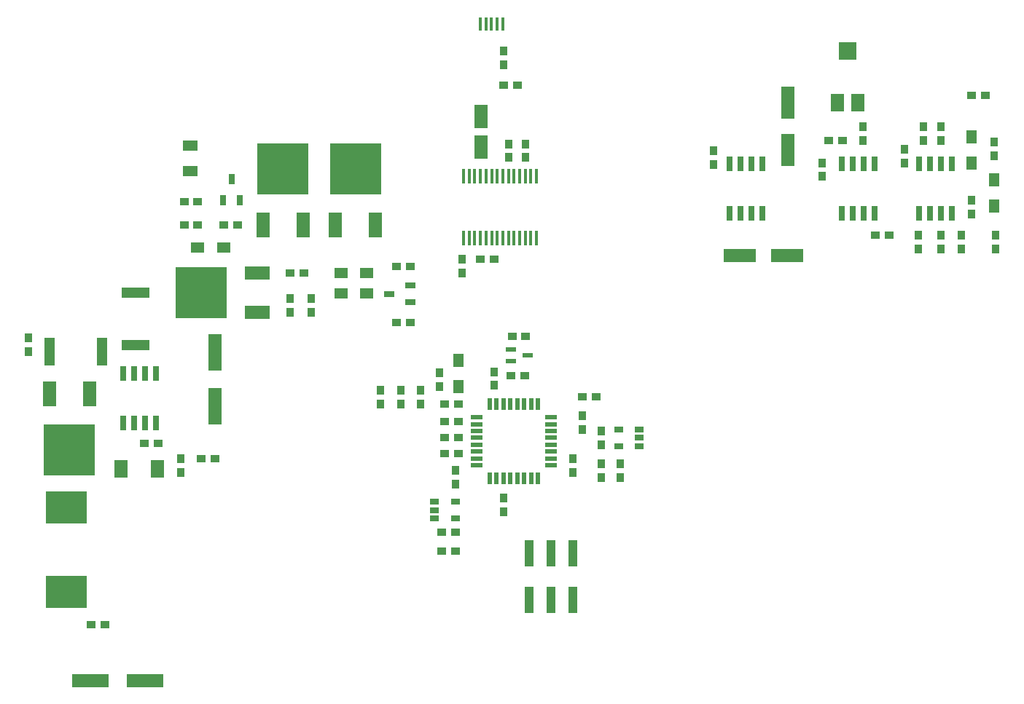
<source format=gtp>
G04 #@! TF.GenerationSoftware,KiCad,Pcbnew,(5.0.0)*
G04 #@! TF.CreationDate,2018-09-01T12:46:00+09:00*
G04 #@! TF.ProjectId,LED_Board,4C45445F426F6172642E6B696361645F,rev?*
G04 #@! TF.SameCoordinates,PX4c4b400PY1312d00*
G04 #@! TF.FileFunction,Paste,Top*
G04 #@! TF.FilePolarity,Positive*
%FSLAX46Y46*%
G04 Gerber Fmt 4.6, Leading zero omitted, Abs format (unit mm)*
G04 Created by KiCad (PCBNEW (5.0.0)) date 09/01/18 12:46:00*
%MOMM*%
%LPD*%
G01*
G04 APERTURE LIST*
%ADD10R,1.200000X1.500000*%
%ADD11R,1.500000X1.200000*%
%ADD12R,1.500000X2.000000*%
%ADD13R,4.300000X1.600000*%
%ADD14R,1.000000X0.900000*%
%ADD15R,3.800000X1.600000*%
%ADD16R,1.600000X4.300000*%
%ADD17R,0.900000X1.000000*%
%ADD18R,1.600000X3.800000*%
%ADD19R,1.600000X2.700000*%
%ADD20R,0.400000X1.600000*%
%ADD21R,1.700000X1.200000*%
%ADD22R,4.800000X3.800000*%
%ADD23R,1.000000X0.700000*%
%ADD24R,1.600000X3.000000*%
%ADD25R,6.000000X6.000000*%
%ADD26R,3.000000X1.600000*%
%ADD27R,0.800000X1.300000*%
%ADD28R,1.300000X0.800000*%
%ADD29R,3.300000X1.300000*%
%ADD30R,1.300000X3.300000*%
%ADD31R,1.600000X2.000000*%
%ADD32R,2.000000X2.000000*%
%ADD33R,0.700000X1.800000*%
%ADD34R,1.200000X0.600000*%
%ADD35R,0.400000X1.800000*%
%ADD36R,0.500000X1.400000*%
%ADD37R,1.400000X0.500000*%
%ADD38R,1.000000X3.100000*%
G04 APERTURE END LIST*
D10*
G04 #@! TO.C,D6*
X115800000Y-18800000D03*
X115800000Y-21800000D03*
G04 #@! TD*
G04 #@! TO.C,D7*
X118400000Y-23800000D03*
X118400000Y-26800000D03*
G04 #@! TD*
G04 #@! TO.C,D5*
X56200000Y-44800000D03*
X56200000Y-47800000D03*
G04 #@! TD*
D11*
G04 #@! TO.C,D1*
X45500000Y-37000000D03*
X42500000Y-37000000D03*
G04 #@! TD*
G04 #@! TO.C,D3*
X45500000Y-34600000D03*
X42500000Y-34600000D03*
G04 #@! TD*
G04 #@! TO.C,D2*
X25900000Y-31700000D03*
X28900000Y-31700000D03*
G04 #@! TD*
D12*
G04 #@! TO.C,D4*
X21200000Y-57400000D03*
X17000000Y-57400000D03*
G04 #@! TD*
D13*
G04 #@! TO.C,C1*
X19750000Y-82000000D03*
X13450000Y-82000000D03*
G04 #@! TD*
D14*
G04 #@! TO.C,C2*
X15100000Y-75500000D03*
X13500000Y-75500000D03*
G04 #@! TD*
D15*
G04 #@! TO.C,C3*
X94350000Y-32600000D03*
X88850000Y-32600000D03*
G04 #@! TD*
D16*
G04 #@! TO.C,C4*
X27900000Y-50150000D03*
X27900000Y-43850000D03*
G04 #@! TD*
D14*
G04 #@! TO.C,C5*
X50600000Y-33900000D03*
X49000000Y-33900000D03*
G04 #@! TD*
G04 #@! TO.C,C6*
X21300000Y-54400000D03*
X19700000Y-54400000D03*
G04 #@! TD*
D17*
G04 #@! TO.C,C7*
X85800000Y-20400000D03*
X85800000Y-22000000D03*
G04 #@! TD*
D18*
G04 #@! TO.C,C8*
X94400000Y-20350000D03*
X94400000Y-14850000D03*
G04 #@! TD*
D14*
G04 #@! TO.C,C9*
X62400000Y-42000000D03*
X64000000Y-42000000D03*
G04 #@! TD*
G04 #@! TO.C,C10*
X54600000Y-53800000D03*
X56200000Y-53800000D03*
G04 #@! TD*
G04 #@! TO.C,C11*
X54600000Y-55600000D03*
X56200000Y-55600000D03*
G04 #@! TD*
D17*
G04 #@! TO.C,C12*
X69500000Y-57800000D03*
X69500000Y-56200000D03*
G04 #@! TD*
D19*
G04 #@! TO.C,C13*
X58800000Y-16450000D03*
X58800000Y-19950000D03*
G04 #@! TD*
D17*
G04 #@! TO.C,C14*
X62000000Y-19600000D03*
X62000000Y-21200000D03*
G04 #@! TD*
D14*
G04 #@! TO.C,C15*
X60300000Y-33000000D03*
X58700000Y-33000000D03*
G04 #@! TD*
D17*
G04 #@! TO.C,C16*
X64000000Y-19600000D03*
X64000000Y-21200000D03*
G04 #@! TD*
G04 #@! TO.C,C17*
X75000000Y-56800000D03*
X75000000Y-58400000D03*
G04 #@! TD*
G04 #@! TO.C,C18*
X54000000Y-46200000D03*
X54000000Y-47800000D03*
G04 #@! TD*
G04 #@! TO.C,C19*
X49500000Y-48300000D03*
X49500000Y-49900000D03*
G04 #@! TD*
D14*
G04 #@! TO.C,C20*
X54200000Y-64800000D03*
X55800000Y-64800000D03*
G04 #@! TD*
D17*
G04 #@! TO.C,C21*
X115800000Y-26200000D03*
X115800000Y-27800000D03*
G04 #@! TD*
D14*
G04 #@! TO.C,C22*
X106200000Y-30200000D03*
X104600000Y-30200000D03*
G04 #@! TD*
D17*
G04 #@! TO.C,C23*
X108000000Y-21800000D03*
X108000000Y-20200000D03*
G04 #@! TD*
G04 #@! TO.C,C24*
X98400000Y-21800000D03*
X98400000Y-23400000D03*
G04 #@! TD*
G04 #@! TO.C,C25*
X114600000Y-31800000D03*
X114600000Y-30200000D03*
G04 #@! TD*
D20*
G04 #@! TO.C,CN2*
X61300000Y-5650000D03*
X60650000Y-5650000D03*
X60000000Y-5650000D03*
X59350000Y-5650000D03*
X58700000Y-5650000D03*
G04 #@! TD*
D21*
G04 #@! TO.C,F1*
X25000000Y-22800000D03*
X25000000Y-19800000D03*
G04 #@! TD*
D22*
G04 #@! TO.C,L1*
X10600000Y-71750000D03*
X10600000Y-61850000D03*
G04 #@! TD*
D23*
G04 #@! TO.C,OSC1*
X53400000Y-63150000D03*
X53400000Y-61250000D03*
X53400000Y-62200000D03*
X55800000Y-63150000D03*
X55800000Y-61250000D03*
G04 #@! TD*
D24*
G04 #@! TO.C,Q1*
X38100000Y-29000000D03*
X33500000Y-29000000D03*
D25*
X35800000Y-22500000D03*
G04 #@! TD*
D24*
G04 #@! TO.C,Q2*
X46500000Y-29000000D03*
X41900000Y-29000000D03*
D25*
X44200000Y-22500000D03*
G04 #@! TD*
D26*
G04 #@! TO.C,Q3*
X32800000Y-34600000D03*
X32800000Y-39200000D03*
D25*
X26300000Y-36900000D03*
G04 #@! TD*
D27*
G04 #@! TO.C,Q4*
X29800000Y-23700000D03*
X28850000Y-26200000D03*
X30750000Y-26200000D03*
G04 #@! TD*
D24*
G04 #@! TO.C,Q5*
X8700000Y-48700000D03*
X13300000Y-48700000D03*
D25*
X11000000Y-55200000D03*
G04 #@! TD*
D28*
G04 #@! TO.C,Q6*
X48100000Y-37050000D03*
X50600000Y-38000000D03*
X50600000Y-36100000D03*
G04 #@! TD*
D29*
G04 #@! TO.C,R1*
X18700000Y-36950000D03*
X18700000Y-43050000D03*
G04 #@! TD*
D14*
G04 #@! TO.C,R2*
X24300000Y-26300000D03*
X25900000Y-26300000D03*
G04 #@! TD*
D17*
G04 #@! TO.C,R3*
X36600000Y-39200000D03*
X36600000Y-37600000D03*
G04 #@! TD*
G04 #@! TO.C,R4*
X6200000Y-42200000D03*
X6200000Y-43800000D03*
G04 #@! TD*
D30*
G04 #@! TO.C,R5*
X14750000Y-43800000D03*
X8650000Y-43800000D03*
G04 #@! TD*
D14*
G04 #@! TO.C,R6*
X25900000Y-29000000D03*
X24300000Y-29000000D03*
G04 #@! TD*
D17*
G04 #@! TO.C,R7*
X39100000Y-37600000D03*
X39100000Y-39200000D03*
G04 #@! TD*
D14*
G04 #@! TO.C,R8*
X28900000Y-29000000D03*
X30500000Y-29000000D03*
G04 #@! TD*
D17*
G04 #@! TO.C,R9*
X61400000Y-62400000D03*
X61400000Y-60800000D03*
G04 #@! TD*
D14*
G04 #@! TO.C,R10*
X38200000Y-34600000D03*
X36600000Y-34600000D03*
G04 #@! TD*
D17*
G04 #@! TO.C,R11*
X23900000Y-57800000D03*
X23900000Y-56200000D03*
G04 #@! TD*
D14*
G04 #@! TO.C,R12*
X49000000Y-40400000D03*
X50600000Y-40400000D03*
G04 #@! TD*
G04 #@! TO.C,R13*
X26300000Y-56200000D03*
X27900000Y-56200000D03*
G04 #@! TD*
D17*
G04 #@! TO.C,R14*
X56600000Y-33000000D03*
X56600000Y-34600000D03*
G04 #@! TD*
D14*
G04 #@! TO.C,R15*
X63900000Y-46600000D03*
X62300000Y-46600000D03*
G04 #@! TD*
D17*
G04 #@! TO.C,R16*
X61400000Y-8800000D03*
X61400000Y-10400000D03*
G04 #@! TD*
D14*
G04 #@! TO.C,R17*
X63000000Y-12800000D03*
X61400000Y-12800000D03*
G04 #@! TD*
G04 #@! TO.C,R18*
X56200000Y-49900000D03*
X54600000Y-49900000D03*
G04 #@! TD*
D17*
G04 #@! TO.C,R19*
X72800000Y-58400000D03*
X72800000Y-56800000D03*
G04 #@! TD*
G04 #@! TO.C,R20*
X60300000Y-47700000D03*
X60300000Y-46100000D03*
G04 #@! TD*
G04 #@! TO.C,R21*
X72800000Y-53000000D03*
X72800000Y-54600000D03*
G04 #@! TD*
D14*
G04 #@! TO.C,R22*
X56200000Y-51900000D03*
X54600000Y-51900000D03*
G04 #@! TD*
D17*
G04 #@! TO.C,R23*
X51800000Y-49900000D03*
X51800000Y-48300000D03*
G04 #@! TD*
G04 #@! TO.C,R24*
X70600000Y-51200000D03*
X70600000Y-52800000D03*
G04 #@! TD*
G04 #@! TO.C,R25*
X47100000Y-48300000D03*
X47100000Y-49900000D03*
G04 #@! TD*
D14*
G04 #@! TO.C,R26*
X54200000Y-67000000D03*
X55800000Y-67000000D03*
G04 #@! TD*
D17*
G04 #@! TO.C,R27*
X55800000Y-59200000D03*
X55800000Y-57600000D03*
G04 #@! TD*
D14*
G04 #@! TO.C,R28*
X115800000Y-14000000D03*
X117400000Y-14000000D03*
G04 #@! TD*
D17*
G04 #@! TO.C,R29*
X118400000Y-19400000D03*
X118400000Y-21000000D03*
G04 #@! TD*
G04 #@! TO.C,R30*
X103200000Y-17600000D03*
X103200000Y-19200000D03*
G04 #@! TD*
D14*
G04 #@! TO.C,R31*
X100800000Y-19200000D03*
X99200000Y-19200000D03*
G04 #@! TD*
D17*
G04 #@! TO.C,R32*
X112200000Y-31800000D03*
X112200000Y-30200000D03*
G04 #@! TD*
G04 #@! TO.C,R33*
X112200000Y-17600000D03*
X112200000Y-19200000D03*
G04 #@! TD*
G04 #@! TO.C,R34*
X118600000Y-30200000D03*
X118600000Y-31800000D03*
G04 #@! TD*
G04 #@! TO.C,R35*
X110200000Y-19200000D03*
X110200000Y-17600000D03*
G04 #@! TD*
G04 #@! TO.C,R36*
X109600000Y-30200000D03*
X109600000Y-31800000D03*
G04 #@! TD*
D31*
G04 #@! TO.C,RV1*
X100225000Y-14800000D03*
X102575000Y-14800000D03*
D32*
X101400000Y-8800000D03*
G04 #@! TD*
D33*
G04 #@! TO.C,U1*
X21005000Y-52100000D03*
X21005000Y-46300000D03*
X19735000Y-52100000D03*
X19735000Y-46300000D03*
X18465000Y-52100000D03*
X18465000Y-46300000D03*
X17195000Y-52100000D03*
X17195000Y-46300000D03*
G04 #@! TD*
G04 #@! TO.C,U2*
X91505000Y-27700000D03*
X91505000Y-21900000D03*
X90235000Y-27700000D03*
X90235000Y-21900000D03*
X88965000Y-27700000D03*
X88965000Y-21900000D03*
X87695000Y-27700000D03*
X87695000Y-21900000D03*
G04 #@! TD*
D34*
G04 #@! TO.C,U3*
X62300000Y-44850000D03*
X62300000Y-43550000D03*
X64200000Y-44200000D03*
G04 #@! TD*
D35*
G04 #@! TO.C,U4*
X65225000Y-30600000D03*
X65225000Y-23400000D03*
X64575000Y-30600000D03*
X64575000Y-23400000D03*
X63925000Y-30600000D03*
X63925000Y-23400000D03*
X63275000Y-30600000D03*
X63275000Y-23400000D03*
X62625000Y-30600000D03*
X62625000Y-23400000D03*
X61975000Y-30600000D03*
X61975000Y-23400000D03*
X61325000Y-30600000D03*
X61325000Y-23400000D03*
X60675000Y-30600000D03*
X60675000Y-23400000D03*
X60025000Y-30600000D03*
X60025000Y-23400000D03*
X59375000Y-30600000D03*
X59375000Y-23400000D03*
X58725000Y-30600000D03*
X58725000Y-23400000D03*
X58075000Y-30600000D03*
X58075000Y-23400000D03*
X57425000Y-30600000D03*
X57425000Y-23400000D03*
X56775000Y-30600000D03*
X56775000Y-23400000D03*
G04 #@! TD*
D36*
G04 #@! TO.C,U5*
X59800000Y-49900000D03*
X60600000Y-49900000D03*
X61400000Y-49900000D03*
X62200000Y-49900000D03*
X63000000Y-49900000D03*
X63800000Y-49900000D03*
X64600000Y-49900000D03*
X65400000Y-49900000D03*
D37*
X66900000Y-51400000D03*
X66900000Y-52200000D03*
X66900000Y-53000000D03*
X66900000Y-53800000D03*
X66900000Y-54600000D03*
X66900000Y-55400000D03*
X66900000Y-56200000D03*
X66900000Y-57000000D03*
D36*
X65400000Y-58500000D03*
X64600000Y-58500000D03*
X63800000Y-58500000D03*
X63000000Y-58500000D03*
X62200000Y-58500000D03*
X61400000Y-58500000D03*
X60600000Y-58500000D03*
X59800000Y-58500000D03*
D37*
X58300000Y-57000000D03*
X58300000Y-56200000D03*
X58300000Y-55400000D03*
X58300000Y-54600000D03*
X58300000Y-53800000D03*
X58300000Y-53000000D03*
X58300000Y-52200000D03*
X58300000Y-51400000D03*
G04 #@! TD*
D23*
G04 #@! TO.C,U6*
X77200000Y-52850000D03*
X77200000Y-54750000D03*
X77200000Y-53800000D03*
X74800000Y-52850000D03*
X74800000Y-54750000D03*
G04 #@! TD*
D33*
G04 #@! TO.C,U7*
X109695000Y-21900000D03*
X109695000Y-27700000D03*
X110965000Y-21900000D03*
X110965000Y-27700000D03*
X112235000Y-21900000D03*
X112235000Y-27700000D03*
X113505000Y-21900000D03*
X113505000Y-27700000D03*
G04 #@! TD*
G04 #@! TO.C,U8*
X100695000Y-21900000D03*
X100695000Y-27700000D03*
X101965000Y-21900000D03*
X101965000Y-27700000D03*
X103235000Y-21900000D03*
X103235000Y-27700000D03*
X104505000Y-21900000D03*
X104505000Y-27700000D03*
G04 #@! TD*
D38*
G04 #@! TO.C,CN1*
X64360000Y-67200000D03*
X64360000Y-72600000D03*
X66900000Y-67200000D03*
X66900000Y-72600000D03*
X69440000Y-67200000D03*
X69440000Y-72600000D03*
G04 #@! TD*
D14*
G04 #@! TO.C,R62*
X70600000Y-49000000D03*
X72200000Y-49000000D03*
G04 #@! TD*
M02*

</source>
